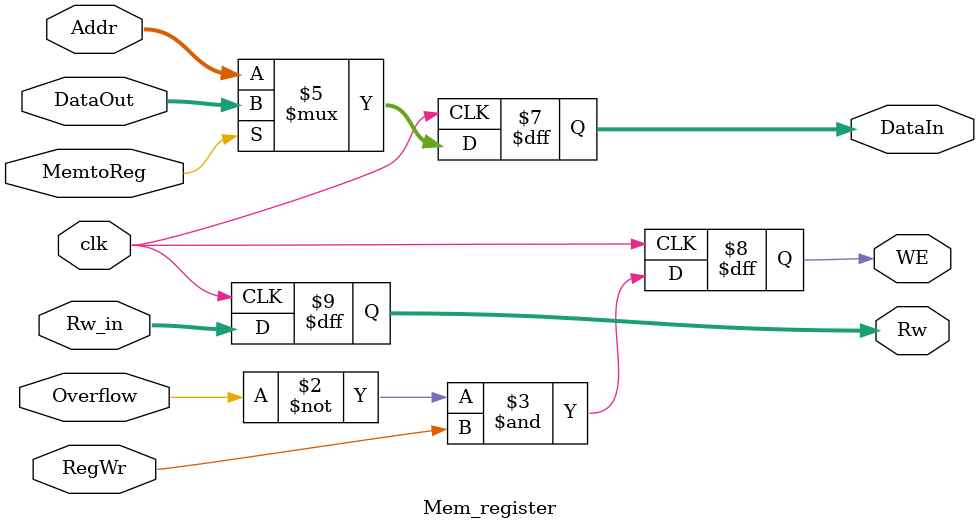
<source format=v>
`timescale 1ns / 1ps


module Mem_register(
    input Overflow,
    input [31:0]DataOut,
    input [31:0]Addr,
    input [4:0]Rw_in,
    input RegWr,
    input MemtoReg,
    input clk,
    output reg [31:0]DataIn,
    output reg WE,
    output reg [4:0]Rw
       );
    always@(negedge clk)
    begin
     WE<=(~Overflow)&RegWr;
    Rw<=Rw_in;
    if(MemtoReg)
    DataIn<=DataOut;
    else 
    DataIn<=Addr;
    end 
endmodule

</source>
